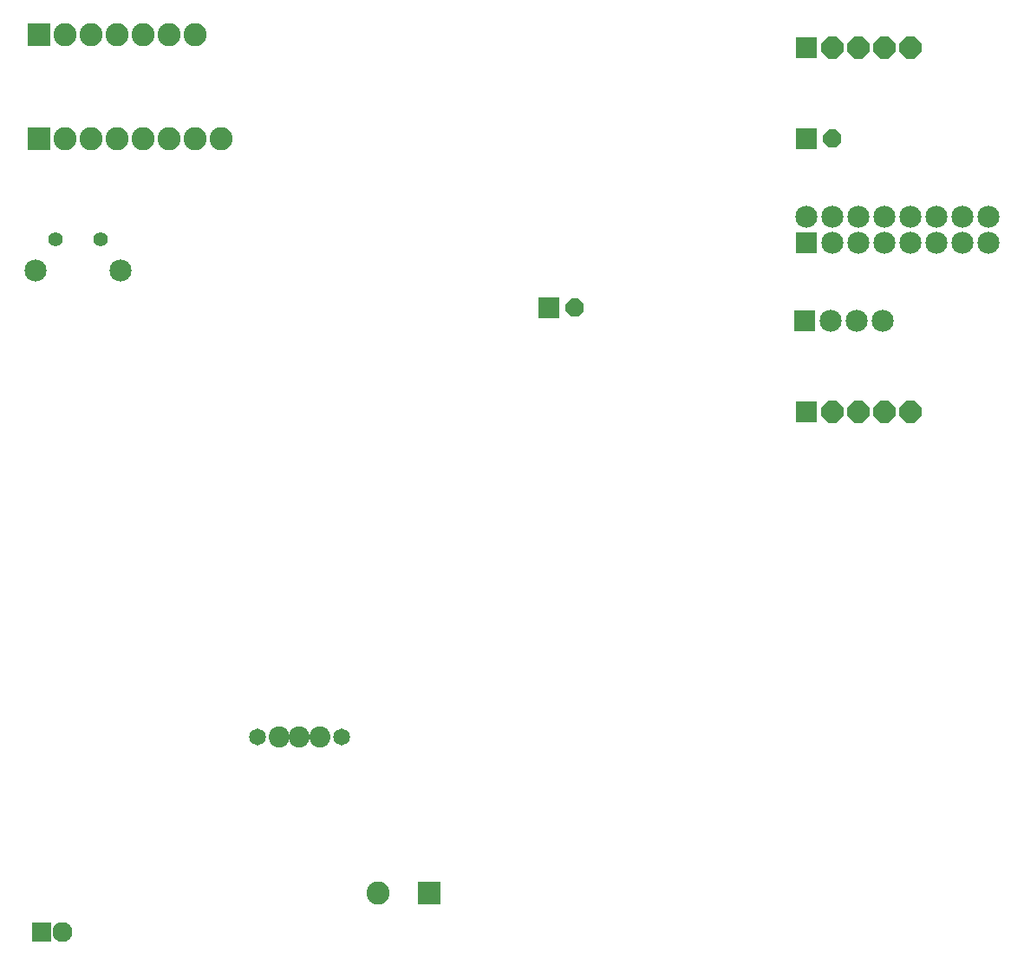
<source format=gbr>
%FSLAX35Y35*%
%MOIN*%
G04 EasyPC Gerber Version 18.0.9 Build 3640 *
%ADD90R,0.07693X0.07693*%
%ADD23R,0.08480X0.08480*%
%ADD14R,0.08874X0.08874*%
%ADD19C,0.05528*%
%ADD101C,0.06512*%
%ADD91C,0.07693*%
%ADD100C,0.08087*%
%ADD26C,0.08480*%
%ADD18C,0.08480*%
%ADD15C,0.08874*%
%AMT25*0 Octagon Pad at angle 0*4,1,8,-0.01449,-0.03500,0.01449,-0.03500,0.03500,-0.01449,0.03500,0.01449,0.01449,0.03500,-0.01449,0.03500,-0.03500,0.01449,-0.03500,-0.01449,-0.01449,-0.03500,0*%
%ADD25T25*%
%AMT24*0 Octagon Pad at angle 0*4,1,8,-0.01756,-0.04240,0.01756,-0.04240,0.04240,-0.01756,0.04240,0.01756,0.01756,0.04240,-0.01756,0.04240,-0.04240,0.01756,-0.04240,-0.01756,-0.01756,-0.04240,0*%
%ADD24T24*%
X0Y0D02*
D02*
D14*
X140250Y365250D03*
Y405250D03*
X290093Y75250D03*
D02*
D15*
X150250Y365250D03*
Y405250D03*
X160250Y365250D03*
Y405250D03*
X170250Y365250D03*
Y405250D03*
X180250Y365250D03*
Y405250D03*
X190250Y365250D03*
Y405250D03*
X200250Y365250D03*
Y405250D03*
X210250Y365250D03*
X270407Y75250D03*
D02*
D18*
X138813Y314719D03*
X171687D03*
D02*
D19*
X146490Y326530D03*
X164010D03*
D02*
D23*
X336187Y300250D03*
X434652Y295250D03*
X435250Y260250D03*
Y325250D03*
Y365250D03*
Y400250D03*
D02*
D24*
X445250Y260250D03*
Y400250D03*
X455250Y260250D03*
Y400250D03*
X465250Y260250D03*
Y400250D03*
X475250Y260250D03*
Y400250D03*
D02*
D25*
X346187Y300250D03*
X445250Y365250D03*
D02*
D26*
X435250Y335250D03*
X444652Y295250D03*
X445250Y325250D03*
Y335250D03*
X454652Y295250D03*
X455250Y325250D03*
Y335250D03*
X464652Y295250D03*
X465250Y325250D03*
Y335250D03*
X475250Y325250D03*
Y335250D03*
X485250Y325250D03*
Y335250D03*
X495250Y325250D03*
Y335250D03*
X505250Y325250D03*
Y335250D03*
D02*
D90*
X141313Y60250D03*
D02*
D91*
X149187D03*
D02*
D100*
X232376Y135250D03*
X240250D03*
X248124D03*
D02*
D101*
X224108D03*
X256392D03*
X0Y0D02*
M02*

</source>
